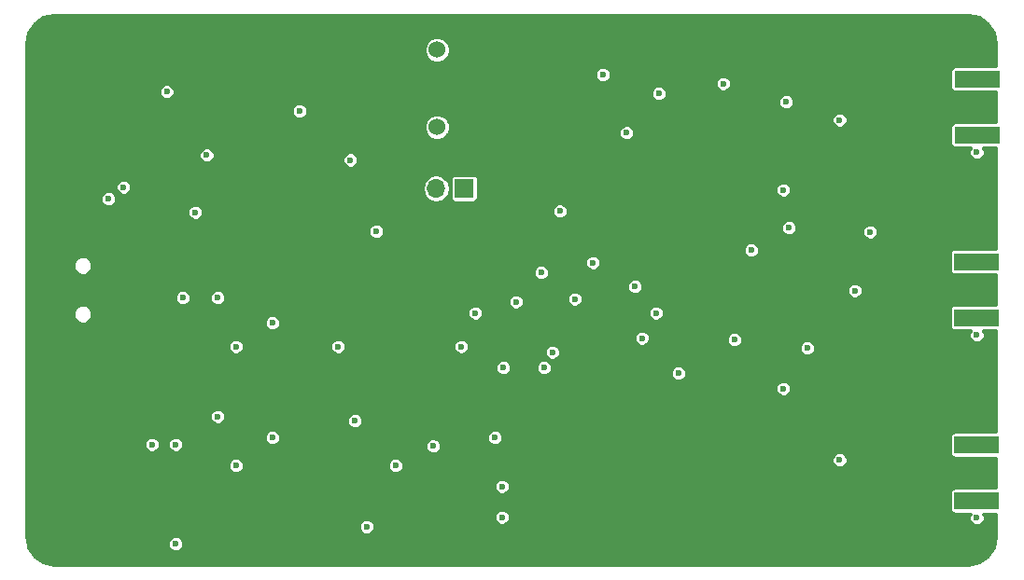
<source format=gbl>
%TF.GenerationSoftware,KiCad,Pcbnew,4.0.7*%
%TF.CreationDate,2018-02-14T12:48:44-05:00*%
%TF.ProjectId,BusinessCard,427573696E657373436172642E6B6963,rev?*%
%TF.FileFunction,Copper,L4,Bot,Signal*%
%FSLAX46Y46*%
G04 Gerber Fmt 4.6, Leading zero omitted, Abs format (unit mm)*
G04 Created by KiCad (PCBNEW 4.0.7) date Wednesday, February 14, 2018 'PMt' 12:48:44 PM*
%MOMM*%
%LPD*%
G01*
G04 APERTURE LIST*
%ADD10C,0.100000*%
%ADD11R,1.700000X1.700000*%
%ADD12O,1.700000X1.700000*%
%ADD13R,4.064000X1.524000*%
%ADD14C,1.524000*%
%ADD15C,0.600000*%
%ADD16C,0.250000*%
%ADD17C,0.254000*%
G04 APERTURE END LIST*
D10*
D11*
X145288000Y-87503000D03*
D12*
X142748000Y-87503000D03*
D13*
X191820800Y-82651600D03*
X191820800Y-77571600D03*
X191795400Y-99237800D03*
X191795400Y-94157800D03*
X191795400Y-115849400D03*
X191795400Y-110769400D03*
D14*
X142824200Y-74909800D03*
X142824200Y-81909800D03*
D15*
X172364400Y-101981000D03*
X171043600Y-91313000D03*
X153289000Y-97282000D03*
X160401000Y-92964000D03*
X166878000Y-102997000D03*
X180594000Y-98425000D03*
X131165600Y-119888000D03*
X170180000Y-83566000D03*
X127127000Y-91821000D03*
X129159000Y-109601000D03*
X127889000Y-102489000D03*
X135382000Y-97409000D03*
X145034000Y-98806000D03*
X137541000Y-97409000D03*
X143764000Y-102235000D03*
X127889000Y-113157000D03*
X132969000Y-112649000D03*
X143764000Y-113284000D03*
X145034000Y-109474000D03*
X137541000Y-108204000D03*
X109855000Y-118999000D03*
X116967000Y-113157000D03*
X116967000Y-105156000D03*
X157861000Y-82423000D03*
X131775200Y-75742800D03*
X111709200Y-84836000D03*
X111099600Y-80111600D03*
X153289000Y-102362000D03*
X161417000Y-101092000D03*
X153974800Y-89560400D03*
X164719000Y-104267000D03*
X174244000Y-87630000D03*
X174752000Y-91059000D03*
X174244000Y-105664000D03*
X182118000Y-91440000D03*
X176403000Y-101981000D03*
X136448800Y-118211600D03*
X174498000Y-79629000D03*
X148082000Y-110109000D03*
X124587000Y-101854000D03*
X133858000Y-101854000D03*
X149987000Y-97790000D03*
X139065000Y-112649000D03*
X135382000Y-108585000D03*
X124587000Y-112649000D03*
X116967000Y-110744000D03*
X119126000Y-119761000D03*
X160020000Y-82448400D03*
X157861000Y-77165200D03*
X137337800Y-91389200D03*
X120904000Y-89662000D03*
X130352800Y-80467200D03*
X134975600Y-84912200D03*
X118313200Y-78714600D03*
X121945400Y-84480400D03*
X113030000Y-88442800D03*
X114401600Y-87376000D03*
X191795400Y-117398800D03*
X191795400Y-100812600D03*
X191795400Y-84201000D03*
X152527000Y-103759000D03*
X148844000Y-103759000D03*
X148717000Y-117348000D03*
X148717000Y-114554000D03*
X119126000Y-110744000D03*
X122936000Y-108204000D03*
X119761000Y-97409000D03*
X122936000Y-97409000D03*
X160782000Y-96393000D03*
X127889000Y-99695000D03*
X162941000Y-78867000D03*
X168783000Y-77978000D03*
X142494000Y-110871000D03*
X152273000Y-95123000D03*
X179349400Y-81280000D03*
X156972000Y-94234000D03*
X179349400Y-112141000D03*
X155321000Y-97536000D03*
X146304000Y-98806000D03*
X162687000Y-98806000D03*
X180721000Y-96774000D03*
X145034000Y-101854000D03*
X169799000Y-101219000D03*
X127889000Y-110109000D03*
X171323000Y-93091000D03*
D16*
X172364400Y-101981000D02*
X172339000Y-101981000D01*
X171043600Y-91313000D02*
X171069000Y-91313000D01*
D17*
G36*
X191979883Y-71934355D02*
X192810587Y-72489413D01*
X193365646Y-73320118D01*
X193569000Y-74342448D01*
X193569000Y-76421136D01*
X189788800Y-76421136D01*
X189647610Y-76447703D01*
X189517935Y-76531146D01*
X189430941Y-76658466D01*
X189400336Y-76809600D01*
X189400336Y-78333600D01*
X189426903Y-78474790D01*
X189510346Y-78604465D01*
X189637666Y-78691459D01*
X189788800Y-78722064D01*
X193569000Y-78722064D01*
X193569000Y-81501136D01*
X189788800Y-81501136D01*
X189647610Y-81527703D01*
X189517935Y-81611146D01*
X189430941Y-81738466D01*
X189400336Y-81889600D01*
X189400336Y-83413600D01*
X189426903Y-83554790D01*
X189510346Y-83684465D01*
X189637666Y-83771459D01*
X189788800Y-83802064D01*
X191231112Y-83802064D01*
X191218413Y-83814741D01*
X191114518Y-84064946D01*
X191114282Y-84335865D01*
X191217739Y-84586252D01*
X191409141Y-84777987D01*
X191659346Y-84881882D01*
X191930265Y-84882118D01*
X192180652Y-84778661D01*
X192372387Y-84587259D01*
X192476282Y-84337054D01*
X192476518Y-84066135D01*
X192373061Y-83815748D01*
X192359401Y-83802064D01*
X193569000Y-83802064D01*
X193569000Y-93007336D01*
X189763400Y-93007336D01*
X189622210Y-93033903D01*
X189492535Y-93117346D01*
X189405541Y-93244666D01*
X189374936Y-93395800D01*
X189374936Y-94919800D01*
X189401503Y-95060990D01*
X189484946Y-95190665D01*
X189612266Y-95277659D01*
X189763400Y-95308264D01*
X193569000Y-95308264D01*
X193569000Y-98087336D01*
X189763400Y-98087336D01*
X189622210Y-98113903D01*
X189492535Y-98197346D01*
X189405541Y-98324666D01*
X189374936Y-98475800D01*
X189374936Y-99999800D01*
X189401503Y-100140990D01*
X189484946Y-100270665D01*
X189612266Y-100357659D01*
X189763400Y-100388264D01*
X191256556Y-100388264D01*
X191218413Y-100426341D01*
X191114518Y-100676546D01*
X191114282Y-100947465D01*
X191217739Y-101197852D01*
X191409141Y-101389587D01*
X191659346Y-101493482D01*
X191930265Y-101493718D01*
X192180652Y-101390261D01*
X192372387Y-101198859D01*
X192476282Y-100948654D01*
X192476518Y-100677735D01*
X192373061Y-100427348D01*
X192334045Y-100388264D01*
X193569000Y-100388264D01*
X193569000Y-109618936D01*
X189763400Y-109618936D01*
X189622210Y-109645503D01*
X189492535Y-109728946D01*
X189405541Y-109856266D01*
X189374936Y-110007400D01*
X189374936Y-111531400D01*
X189401503Y-111672590D01*
X189484946Y-111802265D01*
X189612266Y-111889259D01*
X189763400Y-111919864D01*
X193569000Y-111919864D01*
X193569000Y-114698936D01*
X189763400Y-114698936D01*
X189622210Y-114725503D01*
X189492535Y-114808946D01*
X189405541Y-114936266D01*
X189374936Y-115087400D01*
X189374936Y-116611400D01*
X189401503Y-116752590D01*
X189484946Y-116882265D01*
X189612266Y-116969259D01*
X189763400Y-116999864D01*
X191231112Y-116999864D01*
X191218413Y-117012541D01*
X191114518Y-117262746D01*
X191114282Y-117533665D01*
X191217739Y-117784052D01*
X191409141Y-117975787D01*
X191659346Y-118079682D01*
X191930265Y-118079918D01*
X192180652Y-117976461D01*
X192372387Y-117785059D01*
X192476282Y-117534854D01*
X192476518Y-117263935D01*
X192373061Y-117013548D01*
X192359401Y-116999864D01*
X193569000Y-116999864D01*
X193569000Y-119057552D01*
X193365646Y-120079882D01*
X192810587Y-120910587D01*
X191979883Y-121465645D01*
X190957552Y-121669000D01*
X108142448Y-121669000D01*
X107120118Y-121465646D01*
X106289413Y-120910587D01*
X105734355Y-120079883D01*
X105697752Y-119895865D01*
X118444882Y-119895865D01*
X118548339Y-120146252D01*
X118739741Y-120337987D01*
X118989946Y-120441882D01*
X119260865Y-120442118D01*
X119511252Y-120338661D01*
X119702987Y-120147259D01*
X119806882Y-119897054D01*
X119807118Y-119626135D01*
X119703661Y-119375748D01*
X119512259Y-119184013D01*
X119262054Y-119080118D01*
X118991135Y-119079882D01*
X118740748Y-119183339D01*
X118549013Y-119374741D01*
X118445118Y-119624946D01*
X118444882Y-119895865D01*
X105697752Y-119895865D01*
X105531000Y-119057552D01*
X105531000Y-118346465D01*
X135767682Y-118346465D01*
X135871139Y-118596852D01*
X136062541Y-118788587D01*
X136312746Y-118892482D01*
X136583665Y-118892718D01*
X136834052Y-118789261D01*
X137025787Y-118597859D01*
X137129682Y-118347654D01*
X137129918Y-118076735D01*
X137026461Y-117826348D01*
X136835059Y-117634613D01*
X136584854Y-117530718D01*
X136313935Y-117530482D01*
X136063548Y-117633939D01*
X135871813Y-117825341D01*
X135767918Y-118075546D01*
X135767682Y-118346465D01*
X105531000Y-118346465D01*
X105531000Y-117482865D01*
X148035882Y-117482865D01*
X148139339Y-117733252D01*
X148330741Y-117924987D01*
X148580946Y-118028882D01*
X148851865Y-118029118D01*
X149102252Y-117925661D01*
X149293987Y-117734259D01*
X149397882Y-117484054D01*
X149398118Y-117213135D01*
X149294661Y-116962748D01*
X149103259Y-116771013D01*
X148853054Y-116667118D01*
X148582135Y-116666882D01*
X148331748Y-116770339D01*
X148140013Y-116961741D01*
X148036118Y-117211946D01*
X148035882Y-117482865D01*
X105531000Y-117482865D01*
X105531000Y-114688865D01*
X148035882Y-114688865D01*
X148139339Y-114939252D01*
X148330741Y-115130987D01*
X148580946Y-115234882D01*
X148851865Y-115235118D01*
X149102252Y-115131661D01*
X149293987Y-114940259D01*
X149397882Y-114690054D01*
X149398118Y-114419135D01*
X149294661Y-114168748D01*
X149103259Y-113977013D01*
X148853054Y-113873118D01*
X148582135Y-113872882D01*
X148331748Y-113976339D01*
X148140013Y-114167741D01*
X148036118Y-114417946D01*
X148035882Y-114688865D01*
X105531000Y-114688865D01*
X105531000Y-112783865D01*
X123905882Y-112783865D01*
X124009339Y-113034252D01*
X124200741Y-113225987D01*
X124450946Y-113329882D01*
X124721865Y-113330118D01*
X124972252Y-113226661D01*
X125163987Y-113035259D01*
X125267882Y-112785054D01*
X125267883Y-112783865D01*
X138383882Y-112783865D01*
X138487339Y-113034252D01*
X138678741Y-113225987D01*
X138928946Y-113329882D01*
X139199865Y-113330118D01*
X139450252Y-113226661D01*
X139641987Y-113035259D01*
X139745882Y-112785054D01*
X139746118Y-112514135D01*
X139647668Y-112275865D01*
X178668282Y-112275865D01*
X178771739Y-112526252D01*
X178963141Y-112717987D01*
X179213346Y-112821882D01*
X179484265Y-112822118D01*
X179734652Y-112718661D01*
X179926387Y-112527259D01*
X180030282Y-112277054D01*
X180030518Y-112006135D01*
X179927061Y-111755748D01*
X179735659Y-111564013D01*
X179485454Y-111460118D01*
X179214535Y-111459882D01*
X178964148Y-111563339D01*
X178772413Y-111754741D01*
X178668518Y-112004946D01*
X178668282Y-112275865D01*
X139647668Y-112275865D01*
X139642661Y-112263748D01*
X139451259Y-112072013D01*
X139201054Y-111968118D01*
X138930135Y-111967882D01*
X138679748Y-112071339D01*
X138488013Y-112262741D01*
X138384118Y-112512946D01*
X138383882Y-112783865D01*
X125267883Y-112783865D01*
X125268118Y-112514135D01*
X125164661Y-112263748D01*
X124973259Y-112072013D01*
X124723054Y-111968118D01*
X124452135Y-111967882D01*
X124201748Y-112071339D01*
X124010013Y-112262741D01*
X123906118Y-112512946D01*
X123905882Y-112783865D01*
X105531000Y-112783865D01*
X105531000Y-110878865D01*
X116285882Y-110878865D01*
X116389339Y-111129252D01*
X116580741Y-111320987D01*
X116830946Y-111424882D01*
X117101865Y-111425118D01*
X117352252Y-111321661D01*
X117543987Y-111130259D01*
X117647882Y-110880054D01*
X117647883Y-110878865D01*
X118444882Y-110878865D01*
X118548339Y-111129252D01*
X118739741Y-111320987D01*
X118989946Y-111424882D01*
X119260865Y-111425118D01*
X119511252Y-111321661D01*
X119702987Y-111130259D01*
X119754640Y-111005865D01*
X141812882Y-111005865D01*
X141916339Y-111256252D01*
X142107741Y-111447987D01*
X142357946Y-111551882D01*
X142628865Y-111552118D01*
X142879252Y-111448661D01*
X143070987Y-111257259D01*
X143174882Y-111007054D01*
X143175118Y-110736135D01*
X143071661Y-110485748D01*
X142880259Y-110294013D01*
X142759491Y-110243865D01*
X147400882Y-110243865D01*
X147504339Y-110494252D01*
X147695741Y-110685987D01*
X147945946Y-110789882D01*
X148216865Y-110790118D01*
X148467252Y-110686661D01*
X148658987Y-110495259D01*
X148762882Y-110245054D01*
X148763118Y-109974135D01*
X148659661Y-109723748D01*
X148468259Y-109532013D01*
X148218054Y-109428118D01*
X147947135Y-109427882D01*
X147696748Y-109531339D01*
X147505013Y-109722741D01*
X147401118Y-109972946D01*
X147400882Y-110243865D01*
X142759491Y-110243865D01*
X142630054Y-110190118D01*
X142359135Y-110189882D01*
X142108748Y-110293339D01*
X141917013Y-110484741D01*
X141813118Y-110734946D01*
X141812882Y-111005865D01*
X119754640Y-111005865D01*
X119806882Y-110880054D01*
X119807118Y-110609135D01*
X119703661Y-110358748D01*
X119588978Y-110243865D01*
X127207882Y-110243865D01*
X127311339Y-110494252D01*
X127502741Y-110685987D01*
X127752946Y-110789882D01*
X128023865Y-110790118D01*
X128274252Y-110686661D01*
X128465987Y-110495259D01*
X128569882Y-110245054D01*
X128570118Y-109974135D01*
X128466661Y-109723748D01*
X128275259Y-109532013D01*
X128025054Y-109428118D01*
X127754135Y-109427882D01*
X127503748Y-109531339D01*
X127312013Y-109722741D01*
X127208118Y-109972946D01*
X127207882Y-110243865D01*
X119588978Y-110243865D01*
X119512259Y-110167013D01*
X119262054Y-110063118D01*
X118991135Y-110062882D01*
X118740748Y-110166339D01*
X118549013Y-110357741D01*
X118445118Y-110607946D01*
X118444882Y-110878865D01*
X117647883Y-110878865D01*
X117648118Y-110609135D01*
X117544661Y-110358748D01*
X117353259Y-110167013D01*
X117103054Y-110063118D01*
X116832135Y-110062882D01*
X116581748Y-110166339D01*
X116390013Y-110357741D01*
X116286118Y-110607946D01*
X116285882Y-110878865D01*
X105531000Y-110878865D01*
X105531000Y-108338865D01*
X122254882Y-108338865D01*
X122358339Y-108589252D01*
X122549741Y-108780987D01*
X122799946Y-108884882D01*
X123070865Y-108885118D01*
X123321252Y-108781661D01*
X123383155Y-108719865D01*
X134700882Y-108719865D01*
X134804339Y-108970252D01*
X134995741Y-109161987D01*
X135245946Y-109265882D01*
X135516865Y-109266118D01*
X135767252Y-109162661D01*
X135958987Y-108971259D01*
X136062882Y-108721054D01*
X136063118Y-108450135D01*
X135959661Y-108199748D01*
X135768259Y-108008013D01*
X135518054Y-107904118D01*
X135247135Y-107903882D01*
X134996748Y-108007339D01*
X134805013Y-108198741D01*
X134701118Y-108448946D01*
X134700882Y-108719865D01*
X123383155Y-108719865D01*
X123512987Y-108590259D01*
X123616882Y-108340054D01*
X123617118Y-108069135D01*
X123513661Y-107818748D01*
X123322259Y-107627013D01*
X123072054Y-107523118D01*
X122801135Y-107522882D01*
X122550748Y-107626339D01*
X122359013Y-107817741D01*
X122255118Y-108067946D01*
X122254882Y-108338865D01*
X105531000Y-108338865D01*
X105531000Y-105798865D01*
X173562882Y-105798865D01*
X173666339Y-106049252D01*
X173857741Y-106240987D01*
X174107946Y-106344882D01*
X174378865Y-106345118D01*
X174629252Y-106241661D01*
X174820987Y-106050259D01*
X174924882Y-105800054D01*
X174925118Y-105529135D01*
X174821661Y-105278748D01*
X174630259Y-105087013D01*
X174380054Y-104983118D01*
X174109135Y-104982882D01*
X173858748Y-105086339D01*
X173667013Y-105277741D01*
X173563118Y-105527946D01*
X173562882Y-105798865D01*
X105531000Y-105798865D01*
X105531000Y-103893865D01*
X148162882Y-103893865D01*
X148266339Y-104144252D01*
X148457741Y-104335987D01*
X148707946Y-104439882D01*
X148978865Y-104440118D01*
X149229252Y-104336661D01*
X149420987Y-104145259D01*
X149524882Y-103895054D01*
X149524883Y-103893865D01*
X151845882Y-103893865D01*
X151949339Y-104144252D01*
X152140741Y-104335987D01*
X152390946Y-104439882D01*
X152661865Y-104440118D01*
X152754445Y-104401865D01*
X164037882Y-104401865D01*
X164141339Y-104652252D01*
X164332741Y-104843987D01*
X164582946Y-104947882D01*
X164853865Y-104948118D01*
X165104252Y-104844661D01*
X165295987Y-104653259D01*
X165399882Y-104403054D01*
X165400118Y-104132135D01*
X165296661Y-103881748D01*
X165105259Y-103690013D01*
X164855054Y-103586118D01*
X164584135Y-103585882D01*
X164333748Y-103689339D01*
X164142013Y-103880741D01*
X164038118Y-104130946D01*
X164037882Y-104401865D01*
X152754445Y-104401865D01*
X152912252Y-104336661D01*
X153103987Y-104145259D01*
X153207882Y-103895054D01*
X153208118Y-103624135D01*
X153104661Y-103373748D01*
X152913259Y-103182013D01*
X152663054Y-103078118D01*
X152392135Y-103077882D01*
X152141748Y-103181339D01*
X151950013Y-103372741D01*
X151846118Y-103622946D01*
X151845882Y-103893865D01*
X149524883Y-103893865D01*
X149525118Y-103624135D01*
X149421661Y-103373748D01*
X149230259Y-103182013D01*
X148980054Y-103078118D01*
X148709135Y-103077882D01*
X148458748Y-103181339D01*
X148267013Y-103372741D01*
X148163118Y-103622946D01*
X148162882Y-103893865D01*
X105531000Y-103893865D01*
X105531000Y-101988865D01*
X123905882Y-101988865D01*
X124009339Y-102239252D01*
X124200741Y-102430987D01*
X124450946Y-102534882D01*
X124721865Y-102535118D01*
X124972252Y-102431661D01*
X125163987Y-102240259D01*
X125267882Y-101990054D01*
X125267883Y-101988865D01*
X133176882Y-101988865D01*
X133280339Y-102239252D01*
X133471741Y-102430987D01*
X133721946Y-102534882D01*
X133992865Y-102535118D01*
X134243252Y-102431661D01*
X134434987Y-102240259D01*
X134538882Y-101990054D01*
X134538883Y-101988865D01*
X144352882Y-101988865D01*
X144456339Y-102239252D01*
X144647741Y-102430987D01*
X144897946Y-102534882D01*
X145168865Y-102535118D01*
X145261445Y-102496865D01*
X152607882Y-102496865D01*
X152711339Y-102747252D01*
X152902741Y-102938987D01*
X153152946Y-103042882D01*
X153423865Y-103043118D01*
X153674252Y-102939661D01*
X153865987Y-102748259D01*
X153969882Y-102498054D01*
X153970118Y-102227135D01*
X153924143Y-102115865D01*
X175721882Y-102115865D01*
X175825339Y-102366252D01*
X176016741Y-102557987D01*
X176266946Y-102661882D01*
X176537865Y-102662118D01*
X176788252Y-102558661D01*
X176979987Y-102367259D01*
X177083882Y-102117054D01*
X177084118Y-101846135D01*
X176980661Y-101595748D01*
X176789259Y-101404013D01*
X176539054Y-101300118D01*
X176268135Y-101299882D01*
X176017748Y-101403339D01*
X175826013Y-101594741D01*
X175722118Y-101844946D01*
X175721882Y-102115865D01*
X153924143Y-102115865D01*
X153866661Y-101976748D01*
X153675259Y-101785013D01*
X153425054Y-101681118D01*
X153154135Y-101680882D01*
X152903748Y-101784339D01*
X152712013Y-101975741D01*
X152608118Y-102225946D01*
X152607882Y-102496865D01*
X145261445Y-102496865D01*
X145419252Y-102431661D01*
X145610987Y-102240259D01*
X145714882Y-101990054D01*
X145715118Y-101719135D01*
X145611661Y-101468748D01*
X145420259Y-101277013D01*
X145299491Y-101226865D01*
X160735882Y-101226865D01*
X160839339Y-101477252D01*
X161030741Y-101668987D01*
X161280946Y-101772882D01*
X161551865Y-101773118D01*
X161802252Y-101669661D01*
X161993987Y-101478259D01*
X162045640Y-101353865D01*
X169117882Y-101353865D01*
X169221339Y-101604252D01*
X169412741Y-101795987D01*
X169662946Y-101899882D01*
X169933865Y-101900118D01*
X170184252Y-101796661D01*
X170375987Y-101605259D01*
X170479882Y-101355054D01*
X170480118Y-101084135D01*
X170376661Y-100833748D01*
X170185259Y-100642013D01*
X169935054Y-100538118D01*
X169664135Y-100537882D01*
X169413748Y-100641339D01*
X169222013Y-100832741D01*
X169118118Y-101082946D01*
X169117882Y-101353865D01*
X162045640Y-101353865D01*
X162097882Y-101228054D01*
X162098118Y-100957135D01*
X161994661Y-100706748D01*
X161803259Y-100515013D01*
X161553054Y-100411118D01*
X161282135Y-100410882D01*
X161031748Y-100514339D01*
X160840013Y-100705741D01*
X160736118Y-100955946D01*
X160735882Y-101226865D01*
X145299491Y-101226865D01*
X145170054Y-101173118D01*
X144899135Y-101172882D01*
X144648748Y-101276339D01*
X144457013Y-101467741D01*
X144353118Y-101717946D01*
X144352882Y-101988865D01*
X134538883Y-101988865D01*
X134539118Y-101719135D01*
X134435661Y-101468748D01*
X134244259Y-101277013D01*
X133994054Y-101173118D01*
X133723135Y-101172882D01*
X133472748Y-101276339D01*
X133281013Y-101467741D01*
X133177118Y-101717946D01*
X133176882Y-101988865D01*
X125267883Y-101988865D01*
X125268118Y-101719135D01*
X125164661Y-101468748D01*
X124973259Y-101277013D01*
X124723054Y-101173118D01*
X124452135Y-101172882D01*
X124201748Y-101276339D01*
X124010013Y-101467741D01*
X123906118Y-101717946D01*
X123905882Y-101988865D01*
X105531000Y-101988865D01*
X105531000Y-99829865D01*
X127207882Y-99829865D01*
X127311339Y-100080252D01*
X127502741Y-100271987D01*
X127752946Y-100375882D01*
X128023865Y-100376118D01*
X128274252Y-100272661D01*
X128465987Y-100081259D01*
X128569882Y-99831054D01*
X128570118Y-99560135D01*
X128466661Y-99309748D01*
X128275259Y-99118013D01*
X128025054Y-99014118D01*
X127754135Y-99013882D01*
X127503748Y-99117339D01*
X127312013Y-99308741D01*
X127208118Y-99558946D01*
X127207882Y-99829865D01*
X105531000Y-99829865D01*
X105531000Y-99064128D01*
X109870176Y-99064128D01*
X109996358Y-99369511D01*
X110229800Y-99603361D01*
X110534963Y-99730075D01*
X110865388Y-99730364D01*
X111170771Y-99604182D01*
X111404621Y-99370740D01*
X111531335Y-99065577D01*
X111531444Y-98940865D01*
X145622882Y-98940865D01*
X145726339Y-99191252D01*
X145917741Y-99382987D01*
X146167946Y-99486882D01*
X146438865Y-99487118D01*
X146689252Y-99383661D01*
X146880987Y-99192259D01*
X146984882Y-98942054D01*
X146984883Y-98940865D01*
X162005882Y-98940865D01*
X162109339Y-99191252D01*
X162300741Y-99382987D01*
X162550946Y-99486882D01*
X162821865Y-99487118D01*
X163072252Y-99383661D01*
X163263987Y-99192259D01*
X163367882Y-98942054D01*
X163368118Y-98671135D01*
X163264661Y-98420748D01*
X163073259Y-98229013D01*
X162823054Y-98125118D01*
X162552135Y-98124882D01*
X162301748Y-98228339D01*
X162110013Y-98419741D01*
X162006118Y-98669946D01*
X162005882Y-98940865D01*
X146984883Y-98940865D01*
X146985118Y-98671135D01*
X146881661Y-98420748D01*
X146690259Y-98229013D01*
X146440054Y-98125118D01*
X146169135Y-98124882D01*
X145918748Y-98228339D01*
X145727013Y-98419741D01*
X145623118Y-98669946D01*
X145622882Y-98940865D01*
X111531444Y-98940865D01*
X111531624Y-98735152D01*
X111405442Y-98429769D01*
X111172000Y-98195919D01*
X110866837Y-98069205D01*
X110536412Y-98068916D01*
X110231029Y-98195098D01*
X109997179Y-98428540D01*
X109870465Y-98733703D01*
X109870176Y-99064128D01*
X105531000Y-99064128D01*
X105531000Y-97543865D01*
X119079882Y-97543865D01*
X119183339Y-97794252D01*
X119374741Y-97985987D01*
X119624946Y-98089882D01*
X119895865Y-98090118D01*
X120146252Y-97986661D01*
X120337987Y-97795259D01*
X120441882Y-97545054D01*
X120441883Y-97543865D01*
X122254882Y-97543865D01*
X122358339Y-97794252D01*
X122549741Y-97985987D01*
X122799946Y-98089882D01*
X123070865Y-98090118D01*
X123321252Y-97986661D01*
X123383155Y-97924865D01*
X149305882Y-97924865D01*
X149409339Y-98175252D01*
X149600741Y-98366987D01*
X149850946Y-98470882D01*
X150121865Y-98471118D01*
X150372252Y-98367661D01*
X150563987Y-98176259D01*
X150667882Y-97926054D01*
X150668104Y-97670865D01*
X154639882Y-97670865D01*
X154743339Y-97921252D01*
X154934741Y-98112987D01*
X155184946Y-98216882D01*
X155455865Y-98217118D01*
X155706252Y-98113661D01*
X155897987Y-97922259D01*
X156001882Y-97672054D01*
X156002118Y-97401135D01*
X155898661Y-97150748D01*
X155707259Y-96959013D01*
X155457054Y-96855118D01*
X155186135Y-96854882D01*
X154935748Y-96958339D01*
X154744013Y-97149741D01*
X154640118Y-97399946D01*
X154639882Y-97670865D01*
X150668104Y-97670865D01*
X150668118Y-97655135D01*
X150564661Y-97404748D01*
X150373259Y-97213013D01*
X150123054Y-97109118D01*
X149852135Y-97108882D01*
X149601748Y-97212339D01*
X149410013Y-97403741D01*
X149306118Y-97653946D01*
X149305882Y-97924865D01*
X123383155Y-97924865D01*
X123512987Y-97795259D01*
X123616882Y-97545054D01*
X123617118Y-97274135D01*
X123513661Y-97023748D01*
X123322259Y-96832013D01*
X123072054Y-96728118D01*
X122801135Y-96727882D01*
X122550748Y-96831339D01*
X122359013Y-97022741D01*
X122255118Y-97272946D01*
X122254882Y-97543865D01*
X120441883Y-97543865D01*
X120442118Y-97274135D01*
X120338661Y-97023748D01*
X120147259Y-96832013D01*
X119897054Y-96728118D01*
X119626135Y-96727882D01*
X119375748Y-96831339D01*
X119184013Y-97022741D01*
X119080118Y-97272946D01*
X119079882Y-97543865D01*
X105531000Y-97543865D01*
X105531000Y-96527865D01*
X160100882Y-96527865D01*
X160204339Y-96778252D01*
X160395741Y-96969987D01*
X160645946Y-97073882D01*
X160916865Y-97074118D01*
X161167252Y-96970661D01*
X161229155Y-96908865D01*
X180039882Y-96908865D01*
X180143339Y-97159252D01*
X180334741Y-97350987D01*
X180584946Y-97454882D01*
X180855865Y-97455118D01*
X181106252Y-97351661D01*
X181297987Y-97160259D01*
X181401882Y-96910054D01*
X181402118Y-96639135D01*
X181298661Y-96388748D01*
X181107259Y-96197013D01*
X180857054Y-96093118D01*
X180586135Y-96092882D01*
X180335748Y-96196339D01*
X180144013Y-96387741D01*
X180040118Y-96637946D01*
X180039882Y-96908865D01*
X161229155Y-96908865D01*
X161358987Y-96779259D01*
X161462882Y-96529054D01*
X161463118Y-96258135D01*
X161359661Y-96007748D01*
X161168259Y-95816013D01*
X160918054Y-95712118D01*
X160647135Y-95711882D01*
X160396748Y-95815339D01*
X160205013Y-96006741D01*
X160101118Y-96256946D01*
X160100882Y-96527865D01*
X105531000Y-96527865D01*
X105531000Y-94664848D01*
X109870176Y-94664848D01*
X109996358Y-94970231D01*
X110229800Y-95204081D01*
X110534963Y-95330795D01*
X110865388Y-95331084D01*
X111042591Y-95257865D01*
X151591882Y-95257865D01*
X151695339Y-95508252D01*
X151886741Y-95699987D01*
X152136946Y-95803882D01*
X152407865Y-95804118D01*
X152658252Y-95700661D01*
X152849987Y-95509259D01*
X152953882Y-95259054D01*
X152954118Y-94988135D01*
X152850661Y-94737748D01*
X152659259Y-94546013D01*
X152409054Y-94442118D01*
X152138135Y-94441882D01*
X151887748Y-94545339D01*
X151696013Y-94736741D01*
X151592118Y-94986946D01*
X151591882Y-95257865D01*
X111042591Y-95257865D01*
X111170771Y-95204902D01*
X111404621Y-94971460D01*
X111531335Y-94666297D01*
X111531595Y-94368865D01*
X156290882Y-94368865D01*
X156394339Y-94619252D01*
X156585741Y-94810987D01*
X156835946Y-94914882D01*
X157106865Y-94915118D01*
X157357252Y-94811661D01*
X157548987Y-94620259D01*
X157652882Y-94370054D01*
X157653118Y-94099135D01*
X157549661Y-93848748D01*
X157358259Y-93657013D01*
X157108054Y-93553118D01*
X156837135Y-93552882D01*
X156586748Y-93656339D01*
X156395013Y-93847741D01*
X156291118Y-94097946D01*
X156290882Y-94368865D01*
X111531595Y-94368865D01*
X111531624Y-94335872D01*
X111405442Y-94030489D01*
X111172000Y-93796639D01*
X110866837Y-93669925D01*
X110536412Y-93669636D01*
X110231029Y-93795818D01*
X109997179Y-94029260D01*
X109870465Y-94334423D01*
X109870176Y-94664848D01*
X105531000Y-94664848D01*
X105531000Y-93225865D01*
X170641882Y-93225865D01*
X170745339Y-93476252D01*
X170936741Y-93667987D01*
X171186946Y-93771882D01*
X171457865Y-93772118D01*
X171708252Y-93668661D01*
X171899987Y-93477259D01*
X172003882Y-93227054D01*
X172004118Y-92956135D01*
X171900661Y-92705748D01*
X171709259Y-92514013D01*
X171459054Y-92410118D01*
X171188135Y-92409882D01*
X170937748Y-92513339D01*
X170746013Y-92704741D01*
X170642118Y-92954946D01*
X170641882Y-93225865D01*
X105531000Y-93225865D01*
X105531000Y-91524065D01*
X136656682Y-91524065D01*
X136760139Y-91774452D01*
X136951541Y-91966187D01*
X137201746Y-92070082D01*
X137472665Y-92070318D01*
X137723052Y-91966861D01*
X137914787Y-91775459D01*
X138018682Y-91525254D01*
X138018918Y-91254335D01*
X137993933Y-91193865D01*
X174070882Y-91193865D01*
X174174339Y-91444252D01*
X174365741Y-91635987D01*
X174615946Y-91739882D01*
X174886865Y-91740118D01*
X175137252Y-91636661D01*
X175199155Y-91574865D01*
X181436882Y-91574865D01*
X181540339Y-91825252D01*
X181731741Y-92016987D01*
X181981946Y-92120882D01*
X182252865Y-92121118D01*
X182503252Y-92017661D01*
X182694987Y-91826259D01*
X182798882Y-91576054D01*
X182799118Y-91305135D01*
X182695661Y-91054748D01*
X182504259Y-90863013D01*
X182254054Y-90759118D01*
X181983135Y-90758882D01*
X181732748Y-90862339D01*
X181541013Y-91053741D01*
X181437118Y-91303946D01*
X181436882Y-91574865D01*
X175199155Y-91574865D01*
X175328987Y-91445259D01*
X175432882Y-91195054D01*
X175433118Y-90924135D01*
X175329661Y-90673748D01*
X175138259Y-90482013D01*
X174888054Y-90378118D01*
X174617135Y-90377882D01*
X174366748Y-90481339D01*
X174175013Y-90672741D01*
X174071118Y-90922946D01*
X174070882Y-91193865D01*
X137993933Y-91193865D01*
X137915461Y-91003948D01*
X137724059Y-90812213D01*
X137473854Y-90708318D01*
X137202935Y-90708082D01*
X136952548Y-90811539D01*
X136760813Y-91002941D01*
X136656918Y-91253146D01*
X136656682Y-91524065D01*
X105531000Y-91524065D01*
X105531000Y-89796865D01*
X120222882Y-89796865D01*
X120326339Y-90047252D01*
X120517741Y-90238987D01*
X120767946Y-90342882D01*
X121038865Y-90343118D01*
X121289252Y-90239661D01*
X121480987Y-90048259D01*
X121584882Y-89798054D01*
X121584971Y-89695265D01*
X153293682Y-89695265D01*
X153397139Y-89945652D01*
X153588541Y-90137387D01*
X153838746Y-90241282D01*
X154109665Y-90241518D01*
X154360052Y-90138061D01*
X154551787Y-89946659D01*
X154655682Y-89696454D01*
X154655918Y-89425535D01*
X154552461Y-89175148D01*
X154361059Y-88983413D01*
X154110854Y-88879518D01*
X153839935Y-88879282D01*
X153589548Y-88982739D01*
X153397813Y-89174141D01*
X153293918Y-89424346D01*
X153293682Y-89695265D01*
X121584971Y-89695265D01*
X121585118Y-89527135D01*
X121481661Y-89276748D01*
X121290259Y-89085013D01*
X121040054Y-88981118D01*
X120769135Y-88980882D01*
X120518748Y-89084339D01*
X120327013Y-89275741D01*
X120223118Y-89525946D01*
X120222882Y-89796865D01*
X105531000Y-89796865D01*
X105531000Y-88577665D01*
X112348882Y-88577665D01*
X112452339Y-88828052D01*
X112643741Y-89019787D01*
X112893946Y-89123682D01*
X113164865Y-89123918D01*
X113415252Y-89020461D01*
X113606987Y-88829059D01*
X113710882Y-88578854D01*
X113711118Y-88307935D01*
X113607661Y-88057548D01*
X113416259Y-87865813D01*
X113166054Y-87761918D01*
X112895135Y-87761682D01*
X112644748Y-87865139D01*
X112453013Y-88056541D01*
X112349118Y-88306746D01*
X112348882Y-88577665D01*
X105531000Y-88577665D01*
X105531000Y-87510865D01*
X113720482Y-87510865D01*
X113823939Y-87761252D01*
X114015341Y-87952987D01*
X114265546Y-88056882D01*
X114536465Y-88057118D01*
X114786852Y-87953661D01*
X114978587Y-87762259D01*
X115082482Y-87512054D01*
X115082510Y-87478883D01*
X141517000Y-87478883D01*
X141517000Y-87527117D01*
X141610704Y-87998200D01*
X141877552Y-88397565D01*
X142276917Y-88664413D01*
X142748000Y-88758117D01*
X143219083Y-88664413D01*
X143618448Y-88397565D01*
X143885296Y-87998200D01*
X143979000Y-87527117D01*
X143979000Y-87478883D01*
X143885296Y-87007800D01*
X143648226Y-86653000D01*
X144049536Y-86653000D01*
X144049536Y-88353000D01*
X144076103Y-88494190D01*
X144159546Y-88623865D01*
X144286866Y-88710859D01*
X144438000Y-88741464D01*
X146138000Y-88741464D01*
X146279190Y-88714897D01*
X146408865Y-88631454D01*
X146495859Y-88504134D01*
X146526464Y-88353000D01*
X146526464Y-87764865D01*
X173562882Y-87764865D01*
X173666339Y-88015252D01*
X173857741Y-88206987D01*
X174107946Y-88310882D01*
X174378865Y-88311118D01*
X174629252Y-88207661D01*
X174820987Y-88016259D01*
X174924882Y-87766054D01*
X174925118Y-87495135D01*
X174821661Y-87244748D01*
X174630259Y-87053013D01*
X174380054Y-86949118D01*
X174109135Y-86948882D01*
X173858748Y-87052339D01*
X173667013Y-87243741D01*
X173563118Y-87493946D01*
X173562882Y-87764865D01*
X146526464Y-87764865D01*
X146526464Y-86653000D01*
X146499897Y-86511810D01*
X146416454Y-86382135D01*
X146289134Y-86295141D01*
X146138000Y-86264536D01*
X144438000Y-86264536D01*
X144296810Y-86291103D01*
X144167135Y-86374546D01*
X144080141Y-86501866D01*
X144049536Y-86653000D01*
X143648226Y-86653000D01*
X143618448Y-86608435D01*
X143219083Y-86341587D01*
X142748000Y-86247883D01*
X142276917Y-86341587D01*
X141877552Y-86608435D01*
X141610704Y-87007800D01*
X141517000Y-87478883D01*
X115082510Y-87478883D01*
X115082718Y-87241135D01*
X114979261Y-86990748D01*
X114787859Y-86799013D01*
X114537654Y-86695118D01*
X114266735Y-86694882D01*
X114016348Y-86798339D01*
X113824613Y-86989741D01*
X113720718Y-87239946D01*
X113720482Y-87510865D01*
X105531000Y-87510865D01*
X105531000Y-84615265D01*
X121264282Y-84615265D01*
X121367739Y-84865652D01*
X121559141Y-85057387D01*
X121809346Y-85161282D01*
X122080265Y-85161518D01*
X122330652Y-85058061D01*
X122341667Y-85047065D01*
X134294482Y-85047065D01*
X134397939Y-85297452D01*
X134589341Y-85489187D01*
X134839546Y-85593082D01*
X135110465Y-85593318D01*
X135360852Y-85489861D01*
X135552587Y-85298459D01*
X135656482Y-85048254D01*
X135656718Y-84777335D01*
X135553261Y-84526948D01*
X135361859Y-84335213D01*
X135111654Y-84231318D01*
X134840735Y-84231082D01*
X134590348Y-84334539D01*
X134398613Y-84525941D01*
X134294718Y-84776146D01*
X134294482Y-85047065D01*
X122341667Y-85047065D01*
X122522387Y-84866659D01*
X122626282Y-84616454D01*
X122626518Y-84345535D01*
X122523061Y-84095148D01*
X122331659Y-83903413D01*
X122081454Y-83799518D01*
X121810535Y-83799282D01*
X121560148Y-83902739D01*
X121368413Y-84094141D01*
X121264518Y-84344346D01*
X121264282Y-84615265D01*
X105531000Y-84615265D01*
X105531000Y-82136159D01*
X141681002Y-82136159D01*
X141854646Y-82556412D01*
X142175897Y-82878223D01*
X142595846Y-83052601D01*
X143050559Y-83052998D01*
X143470812Y-82879354D01*
X143767417Y-82583265D01*
X159338882Y-82583265D01*
X159442339Y-82833652D01*
X159633741Y-83025387D01*
X159883946Y-83129282D01*
X160154865Y-83129518D01*
X160405252Y-83026061D01*
X160596987Y-82834659D01*
X160700882Y-82584454D01*
X160701118Y-82313535D01*
X160597661Y-82063148D01*
X160406259Y-81871413D01*
X160156054Y-81767518D01*
X159885135Y-81767282D01*
X159634748Y-81870739D01*
X159443013Y-82062141D01*
X159339118Y-82312346D01*
X159338882Y-82583265D01*
X143767417Y-82583265D01*
X143792623Y-82558103D01*
X143967001Y-82138154D01*
X143967398Y-81683441D01*
X143856426Y-81414865D01*
X178668282Y-81414865D01*
X178771739Y-81665252D01*
X178963141Y-81856987D01*
X179213346Y-81960882D01*
X179484265Y-81961118D01*
X179734652Y-81857661D01*
X179926387Y-81666259D01*
X180030282Y-81416054D01*
X180030518Y-81145135D01*
X179927061Y-80894748D01*
X179735659Y-80703013D01*
X179485454Y-80599118D01*
X179214535Y-80598882D01*
X178964148Y-80702339D01*
X178772413Y-80893741D01*
X178668518Y-81143946D01*
X178668282Y-81414865D01*
X143856426Y-81414865D01*
X143793754Y-81263188D01*
X143472503Y-80941377D01*
X143052554Y-80766999D01*
X142597841Y-80766602D01*
X142177588Y-80940246D01*
X141855777Y-81261497D01*
X141681399Y-81681446D01*
X141681002Y-82136159D01*
X105531000Y-82136159D01*
X105531000Y-80602065D01*
X129671682Y-80602065D01*
X129775139Y-80852452D01*
X129966541Y-81044187D01*
X130216746Y-81148082D01*
X130487665Y-81148318D01*
X130738052Y-81044861D01*
X130929787Y-80853459D01*
X131033682Y-80603254D01*
X131033918Y-80332335D01*
X130930461Y-80081948D01*
X130739059Y-79890213D01*
X130488854Y-79786318D01*
X130217935Y-79786082D01*
X129967548Y-79889539D01*
X129775813Y-80080941D01*
X129671918Y-80331146D01*
X129671682Y-80602065D01*
X105531000Y-80602065D01*
X105531000Y-79763865D01*
X173816882Y-79763865D01*
X173920339Y-80014252D01*
X174111741Y-80205987D01*
X174361946Y-80309882D01*
X174632865Y-80310118D01*
X174883252Y-80206661D01*
X175074987Y-80015259D01*
X175178882Y-79765054D01*
X175179118Y-79494135D01*
X175075661Y-79243748D01*
X174884259Y-79052013D01*
X174634054Y-78948118D01*
X174363135Y-78947882D01*
X174112748Y-79051339D01*
X173921013Y-79242741D01*
X173817118Y-79492946D01*
X173816882Y-79763865D01*
X105531000Y-79763865D01*
X105531000Y-78849465D01*
X117632082Y-78849465D01*
X117735539Y-79099852D01*
X117926941Y-79291587D01*
X118177146Y-79395482D01*
X118448065Y-79395718D01*
X118698452Y-79292261D01*
X118890187Y-79100859D01*
X118931293Y-79001865D01*
X162259882Y-79001865D01*
X162363339Y-79252252D01*
X162554741Y-79443987D01*
X162804946Y-79547882D01*
X163075865Y-79548118D01*
X163326252Y-79444661D01*
X163517987Y-79253259D01*
X163621882Y-79003054D01*
X163622118Y-78732135D01*
X163518661Y-78481748D01*
X163327259Y-78290013D01*
X163077054Y-78186118D01*
X162806135Y-78185882D01*
X162555748Y-78289339D01*
X162364013Y-78480741D01*
X162260118Y-78730946D01*
X162259882Y-79001865D01*
X118931293Y-79001865D01*
X118994082Y-78850654D01*
X118994318Y-78579735D01*
X118890861Y-78329348D01*
X118699459Y-78137613D01*
X118639860Y-78112865D01*
X168101882Y-78112865D01*
X168205339Y-78363252D01*
X168396741Y-78554987D01*
X168646946Y-78658882D01*
X168917865Y-78659118D01*
X169168252Y-78555661D01*
X169359987Y-78364259D01*
X169463882Y-78114054D01*
X169464118Y-77843135D01*
X169360661Y-77592748D01*
X169169259Y-77401013D01*
X168919054Y-77297118D01*
X168648135Y-77296882D01*
X168397748Y-77400339D01*
X168206013Y-77591741D01*
X168102118Y-77841946D01*
X168101882Y-78112865D01*
X118639860Y-78112865D01*
X118449254Y-78033718D01*
X118178335Y-78033482D01*
X117927948Y-78136939D01*
X117736213Y-78328341D01*
X117632318Y-78578546D01*
X117632082Y-78849465D01*
X105531000Y-78849465D01*
X105531000Y-77300065D01*
X157179882Y-77300065D01*
X157283339Y-77550452D01*
X157474741Y-77742187D01*
X157724946Y-77846082D01*
X157995865Y-77846318D01*
X158246252Y-77742861D01*
X158437987Y-77551459D01*
X158541882Y-77301254D01*
X158542118Y-77030335D01*
X158438661Y-76779948D01*
X158247259Y-76588213D01*
X157997054Y-76484318D01*
X157726135Y-76484082D01*
X157475748Y-76587539D01*
X157284013Y-76778941D01*
X157180118Y-77029146D01*
X157179882Y-77300065D01*
X105531000Y-77300065D01*
X105531000Y-75136159D01*
X141681002Y-75136159D01*
X141854646Y-75556412D01*
X142175897Y-75878223D01*
X142595846Y-76052601D01*
X143050559Y-76052998D01*
X143470812Y-75879354D01*
X143792623Y-75558103D01*
X143967001Y-75138154D01*
X143967398Y-74683441D01*
X143793754Y-74263188D01*
X143472503Y-73941377D01*
X143052554Y-73766999D01*
X142597841Y-73766602D01*
X142177588Y-73940246D01*
X141855777Y-74261497D01*
X141681399Y-74681446D01*
X141681002Y-75136159D01*
X105531000Y-75136159D01*
X105531000Y-74342448D01*
X105734355Y-73320117D01*
X106289413Y-72489413D01*
X107120118Y-71934354D01*
X108142448Y-71731000D01*
X190957552Y-71731000D01*
X191979883Y-71934355D01*
X191979883Y-71934355D01*
G37*
X191979883Y-71934355D02*
X192810587Y-72489413D01*
X193365646Y-73320118D01*
X193569000Y-74342448D01*
X193569000Y-76421136D01*
X189788800Y-76421136D01*
X189647610Y-76447703D01*
X189517935Y-76531146D01*
X189430941Y-76658466D01*
X189400336Y-76809600D01*
X189400336Y-78333600D01*
X189426903Y-78474790D01*
X189510346Y-78604465D01*
X189637666Y-78691459D01*
X189788800Y-78722064D01*
X193569000Y-78722064D01*
X193569000Y-81501136D01*
X189788800Y-81501136D01*
X189647610Y-81527703D01*
X189517935Y-81611146D01*
X189430941Y-81738466D01*
X189400336Y-81889600D01*
X189400336Y-83413600D01*
X189426903Y-83554790D01*
X189510346Y-83684465D01*
X189637666Y-83771459D01*
X189788800Y-83802064D01*
X191231112Y-83802064D01*
X191218413Y-83814741D01*
X191114518Y-84064946D01*
X191114282Y-84335865D01*
X191217739Y-84586252D01*
X191409141Y-84777987D01*
X191659346Y-84881882D01*
X191930265Y-84882118D01*
X192180652Y-84778661D01*
X192372387Y-84587259D01*
X192476282Y-84337054D01*
X192476518Y-84066135D01*
X192373061Y-83815748D01*
X192359401Y-83802064D01*
X193569000Y-83802064D01*
X193569000Y-93007336D01*
X189763400Y-93007336D01*
X189622210Y-93033903D01*
X189492535Y-93117346D01*
X189405541Y-93244666D01*
X189374936Y-93395800D01*
X189374936Y-94919800D01*
X189401503Y-95060990D01*
X189484946Y-95190665D01*
X189612266Y-95277659D01*
X189763400Y-95308264D01*
X193569000Y-95308264D01*
X193569000Y-98087336D01*
X189763400Y-98087336D01*
X189622210Y-98113903D01*
X189492535Y-98197346D01*
X189405541Y-98324666D01*
X189374936Y-98475800D01*
X189374936Y-99999800D01*
X189401503Y-100140990D01*
X189484946Y-100270665D01*
X189612266Y-100357659D01*
X189763400Y-100388264D01*
X191256556Y-100388264D01*
X191218413Y-100426341D01*
X191114518Y-100676546D01*
X191114282Y-100947465D01*
X191217739Y-101197852D01*
X191409141Y-101389587D01*
X191659346Y-101493482D01*
X191930265Y-101493718D01*
X192180652Y-101390261D01*
X192372387Y-101198859D01*
X192476282Y-100948654D01*
X192476518Y-100677735D01*
X192373061Y-100427348D01*
X192334045Y-100388264D01*
X193569000Y-100388264D01*
X193569000Y-109618936D01*
X189763400Y-109618936D01*
X189622210Y-109645503D01*
X189492535Y-109728946D01*
X189405541Y-109856266D01*
X189374936Y-110007400D01*
X189374936Y-111531400D01*
X189401503Y-111672590D01*
X189484946Y-111802265D01*
X189612266Y-111889259D01*
X189763400Y-111919864D01*
X193569000Y-111919864D01*
X193569000Y-114698936D01*
X189763400Y-114698936D01*
X189622210Y-114725503D01*
X189492535Y-114808946D01*
X189405541Y-114936266D01*
X189374936Y-115087400D01*
X189374936Y-116611400D01*
X189401503Y-116752590D01*
X189484946Y-116882265D01*
X189612266Y-116969259D01*
X189763400Y-116999864D01*
X191231112Y-116999864D01*
X191218413Y-117012541D01*
X191114518Y-117262746D01*
X191114282Y-117533665D01*
X191217739Y-117784052D01*
X191409141Y-117975787D01*
X191659346Y-118079682D01*
X191930265Y-118079918D01*
X192180652Y-117976461D01*
X192372387Y-117785059D01*
X192476282Y-117534854D01*
X192476518Y-117263935D01*
X192373061Y-117013548D01*
X192359401Y-116999864D01*
X193569000Y-116999864D01*
X193569000Y-119057552D01*
X193365646Y-120079882D01*
X192810587Y-120910587D01*
X191979883Y-121465645D01*
X190957552Y-121669000D01*
X108142448Y-121669000D01*
X107120118Y-121465646D01*
X106289413Y-120910587D01*
X105734355Y-120079883D01*
X105697752Y-119895865D01*
X118444882Y-119895865D01*
X118548339Y-120146252D01*
X118739741Y-120337987D01*
X118989946Y-120441882D01*
X119260865Y-120442118D01*
X119511252Y-120338661D01*
X119702987Y-120147259D01*
X119806882Y-119897054D01*
X119807118Y-119626135D01*
X119703661Y-119375748D01*
X119512259Y-119184013D01*
X119262054Y-119080118D01*
X118991135Y-119079882D01*
X118740748Y-119183339D01*
X118549013Y-119374741D01*
X118445118Y-119624946D01*
X118444882Y-119895865D01*
X105697752Y-119895865D01*
X105531000Y-119057552D01*
X105531000Y-118346465D01*
X135767682Y-118346465D01*
X135871139Y-118596852D01*
X136062541Y-118788587D01*
X136312746Y-118892482D01*
X136583665Y-118892718D01*
X136834052Y-118789261D01*
X137025787Y-118597859D01*
X137129682Y-118347654D01*
X137129918Y-118076735D01*
X137026461Y-117826348D01*
X136835059Y-117634613D01*
X136584854Y-117530718D01*
X136313935Y-117530482D01*
X136063548Y-117633939D01*
X135871813Y-117825341D01*
X135767918Y-118075546D01*
X135767682Y-118346465D01*
X105531000Y-118346465D01*
X105531000Y-117482865D01*
X148035882Y-117482865D01*
X148139339Y-117733252D01*
X148330741Y-117924987D01*
X148580946Y-118028882D01*
X148851865Y-118029118D01*
X149102252Y-117925661D01*
X149293987Y-117734259D01*
X149397882Y-117484054D01*
X149398118Y-117213135D01*
X149294661Y-116962748D01*
X149103259Y-116771013D01*
X148853054Y-116667118D01*
X148582135Y-116666882D01*
X148331748Y-116770339D01*
X148140013Y-116961741D01*
X148036118Y-117211946D01*
X148035882Y-117482865D01*
X105531000Y-117482865D01*
X105531000Y-114688865D01*
X148035882Y-114688865D01*
X148139339Y-114939252D01*
X148330741Y-115130987D01*
X148580946Y-115234882D01*
X148851865Y-115235118D01*
X149102252Y-115131661D01*
X149293987Y-114940259D01*
X149397882Y-114690054D01*
X149398118Y-114419135D01*
X149294661Y-114168748D01*
X149103259Y-113977013D01*
X148853054Y-113873118D01*
X148582135Y-113872882D01*
X148331748Y-113976339D01*
X148140013Y-114167741D01*
X148036118Y-114417946D01*
X148035882Y-114688865D01*
X105531000Y-114688865D01*
X105531000Y-112783865D01*
X123905882Y-112783865D01*
X124009339Y-113034252D01*
X124200741Y-113225987D01*
X124450946Y-113329882D01*
X124721865Y-113330118D01*
X124972252Y-113226661D01*
X125163987Y-113035259D01*
X125267882Y-112785054D01*
X125267883Y-112783865D01*
X138383882Y-112783865D01*
X138487339Y-113034252D01*
X138678741Y-113225987D01*
X138928946Y-113329882D01*
X139199865Y-113330118D01*
X139450252Y-113226661D01*
X139641987Y-113035259D01*
X139745882Y-112785054D01*
X139746118Y-112514135D01*
X139647668Y-112275865D01*
X178668282Y-112275865D01*
X178771739Y-112526252D01*
X178963141Y-112717987D01*
X179213346Y-112821882D01*
X179484265Y-112822118D01*
X179734652Y-112718661D01*
X179926387Y-112527259D01*
X180030282Y-112277054D01*
X180030518Y-112006135D01*
X179927061Y-111755748D01*
X179735659Y-111564013D01*
X179485454Y-111460118D01*
X179214535Y-111459882D01*
X178964148Y-111563339D01*
X178772413Y-111754741D01*
X178668518Y-112004946D01*
X178668282Y-112275865D01*
X139647668Y-112275865D01*
X139642661Y-112263748D01*
X139451259Y-112072013D01*
X139201054Y-111968118D01*
X138930135Y-111967882D01*
X138679748Y-112071339D01*
X138488013Y-112262741D01*
X138384118Y-112512946D01*
X138383882Y-112783865D01*
X125267883Y-112783865D01*
X125268118Y-112514135D01*
X125164661Y-112263748D01*
X124973259Y-112072013D01*
X124723054Y-111968118D01*
X124452135Y-111967882D01*
X124201748Y-112071339D01*
X124010013Y-112262741D01*
X123906118Y-112512946D01*
X123905882Y-112783865D01*
X105531000Y-112783865D01*
X105531000Y-110878865D01*
X116285882Y-110878865D01*
X116389339Y-111129252D01*
X116580741Y-111320987D01*
X116830946Y-111424882D01*
X117101865Y-111425118D01*
X117352252Y-111321661D01*
X117543987Y-111130259D01*
X117647882Y-110880054D01*
X117647883Y-110878865D01*
X118444882Y-110878865D01*
X118548339Y-111129252D01*
X118739741Y-111320987D01*
X118989946Y-111424882D01*
X119260865Y-111425118D01*
X119511252Y-111321661D01*
X119702987Y-111130259D01*
X119754640Y-111005865D01*
X141812882Y-111005865D01*
X141916339Y-111256252D01*
X142107741Y-111447987D01*
X142357946Y-111551882D01*
X142628865Y-111552118D01*
X142879252Y-111448661D01*
X143070987Y-111257259D01*
X143174882Y-111007054D01*
X143175118Y-110736135D01*
X143071661Y-110485748D01*
X142880259Y-110294013D01*
X142759491Y-110243865D01*
X147400882Y-110243865D01*
X147504339Y-110494252D01*
X147695741Y-110685987D01*
X147945946Y-110789882D01*
X148216865Y-110790118D01*
X148467252Y-110686661D01*
X148658987Y-110495259D01*
X148762882Y-110245054D01*
X148763118Y-109974135D01*
X148659661Y-109723748D01*
X148468259Y-109532013D01*
X148218054Y-109428118D01*
X147947135Y-109427882D01*
X147696748Y-109531339D01*
X147505013Y-109722741D01*
X147401118Y-109972946D01*
X147400882Y-110243865D01*
X142759491Y-110243865D01*
X142630054Y-110190118D01*
X142359135Y-110189882D01*
X142108748Y-110293339D01*
X141917013Y-110484741D01*
X141813118Y-110734946D01*
X141812882Y-111005865D01*
X119754640Y-111005865D01*
X119806882Y-110880054D01*
X119807118Y-110609135D01*
X119703661Y-110358748D01*
X119588978Y-110243865D01*
X127207882Y-110243865D01*
X127311339Y-110494252D01*
X127502741Y-110685987D01*
X127752946Y-110789882D01*
X128023865Y-110790118D01*
X128274252Y-110686661D01*
X128465987Y-110495259D01*
X128569882Y-110245054D01*
X128570118Y-109974135D01*
X128466661Y-109723748D01*
X128275259Y-109532013D01*
X128025054Y-109428118D01*
X127754135Y-109427882D01*
X127503748Y-109531339D01*
X127312013Y-109722741D01*
X127208118Y-109972946D01*
X127207882Y-110243865D01*
X119588978Y-110243865D01*
X119512259Y-110167013D01*
X119262054Y-110063118D01*
X118991135Y-110062882D01*
X118740748Y-110166339D01*
X118549013Y-110357741D01*
X118445118Y-110607946D01*
X118444882Y-110878865D01*
X117647883Y-110878865D01*
X117648118Y-110609135D01*
X117544661Y-110358748D01*
X117353259Y-110167013D01*
X117103054Y-110063118D01*
X116832135Y-110062882D01*
X116581748Y-110166339D01*
X116390013Y-110357741D01*
X116286118Y-110607946D01*
X116285882Y-110878865D01*
X105531000Y-110878865D01*
X105531000Y-108338865D01*
X122254882Y-108338865D01*
X122358339Y-108589252D01*
X122549741Y-108780987D01*
X122799946Y-108884882D01*
X123070865Y-108885118D01*
X123321252Y-108781661D01*
X123383155Y-108719865D01*
X134700882Y-108719865D01*
X134804339Y-108970252D01*
X134995741Y-109161987D01*
X135245946Y-109265882D01*
X135516865Y-109266118D01*
X135767252Y-109162661D01*
X135958987Y-108971259D01*
X136062882Y-108721054D01*
X136063118Y-108450135D01*
X135959661Y-108199748D01*
X135768259Y-108008013D01*
X135518054Y-107904118D01*
X135247135Y-107903882D01*
X134996748Y-108007339D01*
X134805013Y-108198741D01*
X134701118Y-108448946D01*
X134700882Y-108719865D01*
X123383155Y-108719865D01*
X123512987Y-108590259D01*
X123616882Y-108340054D01*
X123617118Y-108069135D01*
X123513661Y-107818748D01*
X123322259Y-107627013D01*
X123072054Y-107523118D01*
X122801135Y-107522882D01*
X122550748Y-107626339D01*
X122359013Y-107817741D01*
X122255118Y-108067946D01*
X122254882Y-108338865D01*
X105531000Y-108338865D01*
X105531000Y-105798865D01*
X173562882Y-105798865D01*
X173666339Y-106049252D01*
X173857741Y-106240987D01*
X174107946Y-106344882D01*
X174378865Y-106345118D01*
X174629252Y-106241661D01*
X174820987Y-106050259D01*
X174924882Y-105800054D01*
X174925118Y-105529135D01*
X174821661Y-105278748D01*
X174630259Y-105087013D01*
X174380054Y-104983118D01*
X174109135Y-104982882D01*
X173858748Y-105086339D01*
X173667013Y-105277741D01*
X173563118Y-105527946D01*
X173562882Y-105798865D01*
X105531000Y-105798865D01*
X105531000Y-103893865D01*
X148162882Y-103893865D01*
X148266339Y-104144252D01*
X148457741Y-104335987D01*
X148707946Y-104439882D01*
X148978865Y-104440118D01*
X149229252Y-104336661D01*
X149420987Y-104145259D01*
X149524882Y-103895054D01*
X149524883Y-103893865D01*
X151845882Y-103893865D01*
X151949339Y-104144252D01*
X152140741Y-104335987D01*
X152390946Y-104439882D01*
X152661865Y-104440118D01*
X152754445Y-104401865D01*
X164037882Y-104401865D01*
X164141339Y-104652252D01*
X164332741Y-104843987D01*
X164582946Y-104947882D01*
X164853865Y-104948118D01*
X165104252Y-104844661D01*
X165295987Y-104653259D01*
X165399882Y-104403054D01*
X165400118Y-104132135D01*
X165296661Y-103881748D01*
X165105259Y-103690013D01*
X164855054Y-103586118D01*
X164584135Y-103585882D01*
X164333748Y-103689339D01*
X164142013Y-103880741D01*
X164038118Y-104130946D01*
X164037882Y-104401865D01*
X152754445Y-104401865D01*
X152912252Y-104336661D01*
X153103987Y-104145259D01*
X153207882Y-103895054D01*
X153208118Y-103624135D01*
X153104661Y-103373748D01*
X152913259Y-103182013D01*
X152663054Y-103078118D01*
X152392135Y-103077882D01*
X152141748Y-103181339D01*
X151950013Y-103372741D01*
X151846118Y-103622946D01*
X151845882Y-103893865D01*
X149524883Y-103893865D01*
X149525118Y-103624135D01*
X149421661Y-103373748D01*
X149230259Y-103182013D01*
X148980054Y-103078118D01*
X148709135Y-103077882D01*
X148458748Y-103181339D01*
X148267013Y-103372741D01*
X148163118Y-103622946D01*
X148162882Y-103893865D01*
X105531000Y-103893865D01*
X105531000Y-101988865D01*
X123905882Y-101988865D01*
X124009339Y-102239252D01*
X124200741Y-102430987D01*
X124450946Y-102534882D01*
X124721865Y-102535118D01*
X124972252Y-102431661D01*
X125163987Y-102240259D01*
X125267882Y-101990054D01*
X125267883Y-101988865D01*
X133176882Y-101988865D01*
X133280339Y-102239252D01*
X133471741Y-102430987D01*
X133721946Y-102534882D01*
X133992865Y-102535118D01*
X134243252Y-102431661D01*
X134434987Y-102240259D01*
X134538882Y-101990054D01*
X134538883Y-101988865D01*
X144352882Y-101988865D01*
X144456339Y-102239252D01*
X144647741Y-102430987D01*
X144897946Y-102534882D01*
X145168865Y-102535118D01*
X145261445Y-102496865D01*
X152607882Y-102496865D01*
X152711339Y-102747252D01*
X152902741Y-102938987D01*
X153152946Y-103042882D01*
X153423865Y-103043118D01*
X153674252Y-102939661D01*
X153865987Y-102748259D01*
X153969882Y-102498054D01*
X153970118Y-102227135D01*
X153924143Y-102115865D01*
X175721882Y-102115865D01*
X175825339Y-102366252D01*
X176016741Y-102557987D01*
X176266946Y-102661882D01*
X176537865Y-102662118D01*
X176788252Y-102558661D01*
X176979987Y-102367259D01*
X177083882Y-102117054D01*
X177084118Y-101846135D01*
X176980661Y-101595748D01*
X176789259Y-101404013D01*
X176539054Y-101300118D01*
X176268135Y-101299882D01*
X176017748Y-101403339D01*
X175826013Y-101594741D01*
X175722118Y-101844946D01*
X175721882Y-102115865D01*
X153924143Y-102115865D01*
X153866661Y-101976748D01*
X153675259Y-101785013D01*
X153425054Y-101681118D01*
X153154135Y-101680882D01*
X152903748Y-101784339D01*
X152712013Y-101975741D01*
X152608118Y-102225946D01*
X152607882Y-102496865D01*
X145261445Y-102496865D01*
X145419252Y-102431661D01*
X145610987Y-102240259D01*
X145714882Y-101990054D01*
X145715118Y-101719135D01*
X145611661Y-101468748D01*
X145420259Y-101277013D01*
X145299491Y-101226865D01*
X160735882Y-101226865D01*
X160839339Y-101477252D01*
X161030741Y-101668987D01*
X161280946Y-101772882D01*
X161551865Y-101773118D01*
X161802252Y-101669661D01*
X161993987Y-101478259D01*
X162045640Y-101353865D01*
X169117882Y-101353865D01*
X169221339Y-101604252D01*
X169412741Y-101795987D01*
X169662946Y-101899882D01*
X169933865Y-101900118D01*
X170184252Y-101796661D01*
X170375987Y-101605259D01*
X170479882Y-101355054D01*
X170480118Y-101084135D01*
X170376661Y-100833748D01*
X170185259Y-100642013D01*
X169935054Y-100538118D01*
X169664135Y-100537882D01*
X169413748Y-100641339D01*
X169222013Y-100832741D01*
X169118118Y-101082946D01*
X169117882Y-101353865D01*
X162045640Y-101353865D01*
X162097882Y-101228054D01*
X162098118Y-100957135D01*
X161994661Y-100706748D01*
X161803259Y-100515013D01*
X161553054Y-100411118D01*
X161282135Y-100410882D01*
X161031748Y-100514339D01*
X160840013Y-100705741D01*
X160736118Y-100955946D01*
X160735882Y-101226865D01*
X145299491Y-101226865D01*
X145170054Y-101173118D01*
X144899135Y-101172882D01*
X144648748Y-101276339D01*
X144457013Y-101467741D01*
X144353118Y-101717946D01*
X144352882Y-101988865D01*
X134538883Y-101988865D01*
X134539118Y-101719135D01*
X134435661Y-101468748D01*
X134244259Y-101277013D01*
X133994054Y-101173118D01*
X133723135Y-101172882D01*
X133472748Y-101276339D01*
X133281013Y-101467741D01*
X133177118Y-101717946D01*
X133176882Y-101988865D01*
X125267883Y-101988865D01*
X125268118Y-101719135D01*
X125164661Y-101468748D01*
X124973259Y-101277013D01*
X124723054Y-101173118D01*
X124452135Y-101172882D01*
X124201748Y-101276339D01*
X124010013Y-101467741D01*
X123906118Y-101717946D01*
X123905882Y-101988865D01*
X105531000Y-101988865D01*
X105531000Y-99829865D01*
X127207882Y-99829865D01*
X127311339Y-100080252D01*
X127502741Y-100271987D01*
X127752946Y-100375882D01*
X128023865Y-100376118D01*
X128274252Y-100272661D01*
X128465987Y-100081259D01*
X128569882Y-99831054D01*
X128570118Y-99560135D01*
X128466661Y-99309748D01*
X128275259Y-99118013D01*
X128025054Y-99014118D01*
X127754135Y-99013882D01*
X127503748Y-99117339D01*
X127312013Y-99308741D01*
X127208118Y-99558946D01*
X127207882Y-99829865D01*
X105531000Y-99829865D01*
X105531000Y-99064128D01*
X109870176Y-99064128D01*
X109996358Y-99369511D01*
X110229800Y-99603361D01*
X110534963Y-99730075D01*
X110865388Y-99730364D01*
X111170771Y-99604182D01*
X111404621Y-99370740D01*
X111531335Y-99065577D01*
X111531444Y-98940865D01*
X145622882Y-98940865D01*
X145726339Y-99191252D01*
X145917741Y-99382987D01*
X146167946Y-99486882D01*
X146438865Y-99487118D01*
X146689252Y-99383661D01*
X146880987Y-99192259D01*
X146984882Y-98942054D01*
X146984883Y-98940865D01*
X162005882Y-98940865D01*
X162109339Y-99191252D01*
X162300741Y-99382987D01*
X162550946Y-99486882D01*
X162821865Y-99487118D01*
X163072252Y-99383661D01*
X163263987Y-99192259D01*
X163367882Y-98942054D01*
X163368118Y-98671135D01*
X163264661Y-98420748D01*
X163073259Y-98229013D01*
X162823054Y-98125118D01*
X162552135Y-98124882D01*
X162301748Y-98228339D01*
X162110013Y-98419741D01*
X162006118Y-98669946D01*
X162005882Y-98940865D01*
X146984883Y-98940865D01*
X146985118Y-98671135D01*
X146881661Y-98420748D01*
X146690259Y-98229013D01*
X146440054Y-98125118D01*
X146169135Y-98124882D01*
X145918748Y-98228339D01*
X145727013Y-98419741D01*
X145623118Y-98669946D01*
X145622882Y-98940865D01*
X111531444Y-98940865D01*
X111531624Y-98735152D01*
X111405442Y-98429769D01*
X111172000Y-98195919D01*
X110866837Y-98069205D01*
X110536412Y-98068916D01*
X110231029Y-98195098D01*
X109997179Y-98428540D01*
X109870465Y-98733703D01*
X109870176Y-99064128D01*
X105531000Y-99064128D01*
X105531000Y-97543865D01*
X119079882Y-97543865D01*
X119183339Y-97794252D01*
X119374741Y-97985987D01*
X119624946Y-98089882D01*
X119895865Y-98090118D01*
X120146252Y-97986661D01*
X120337987Y-97795259D01*
X120441882Y-97545054D01*
X120441883Y-97543865D01*
X122254882Y-97543865D01*
X122358339Y-97794252D01*
X122549741Y-97985987D01*
X122799946Y-98089882D01*
X123070865Y-98090118D01*
X123321252Y-97986661D01*
X123383155Y-97924865D01*
X149305882Y-97924865D01*
X149409339Y-98175252D01*
X149600741Y-98366987D01*
X149850946Y-98470882D01*
X150121865Y-98471118D01*
X150372252Y-98367661D01*
X150563987Y-98176259D01*
X150667882Y-97926054D01*
X150668104Y-97670865D01*
X154639882Y-97670865D01*
X154743339Y-97921252D01*
X154934741Y-98112987D01*
X155184946Y-98216882D01*
X155455865Y-98217118D01*
X155706252Y-98113661D01*
X155897987Y-97922259D01*
X156001882Y-97672054D01*
X156002118Y-97401135D01*
X155898661Y-97150748D01*
X155707259Y-96959013D01*
X155457054Y-96855118D01*
X155186135Y-96854882D01*
X154935748Y-96958339D01*
X154744013Y-97149741D01*
X154640118Y-97399946D01*
X154639882Y-97670865D01*
X150668104Y-97670865D01*
X150668118Y-97655135D01*
X150564661Y-97404748D01*
X150373259Y-97213013D01*
X150123054Y-97109118D01*
X149852135Y-97108882D01*
X149601748Y-97212339D01*
X149410013Y-97403741D01*
X149306118Y-97653946D01*
X149305882Y-97924865D01*
X123383155Y-97924865D01*
X123512987Y-97795259D01*
X123616882Y-97545054D01*
X123617118Y-97274135D01*
X123513661Y-97023748D01*
X123322259Y-96832013D01*
X123072054Y-96728118D01*
X122801135Y-96727882D01*
X122550748Y-96831339D01*
X122359013Y-97022741D01*
X122255118Y-97272946D01*
X122254882Y-97543865D01*
X120441883Y-97543865D01*
X120442118Y-97274135D01*
X120338661Y-97023748D01*
X120147259Y-96832013D01*
X119897054Y-96728118D01*
X119626135Y-96727882D01*
X119375748Y-96831339D01*
X119184013Y-97022741D01*
X119080118Y-97272946D01*
X119079882Y-97543865D01*
X105531000Y-97543865D01*
X105531000Y-96527865D01*
X160100882Y-96527865D01*
X160204339Y-96778252D01*
X160395741Y-96969987D01*
X160645946Y-97073882D01*
X160916865Y-97074118D01*
X161167252Y-96970661D01*
X161229155Y-96908865D01*
X180039882Y-96908865D01*
X180143339Y-97159252D01*
X180334741Y-97350987D01*
X180584946Y-97454882D01*
X180855865Y-97455118D01*
X181106252Y-97351661D01*
X181297987Y-97160259D01*
X181401882Y-96910054D01*
X181402118Y-96639135D01*
X181298661Y-96388748D01*
X181107259Y-96197013D01*
X180857054Y-96093118D01*
X180586135Y-96092882D01*
X180335748Y-96196339D01*
X180144013Y-96387741D01*
X180040118Y-96637946D01*
X180039882Y-96908865D01*
X161229155Y-96908865D01*
X161358987Y-96779259D01*
X161462882Y-96529054D01*
X161463118Y-96258135D01*
X161359661Y-96007748D01*
X161168259Y-95816013D01*
X160918054Y-95712118D01*
X160647135Y-95711882D01*
X160396748Y-95815339D01*
X160205013Y-96006741D01*
X160101118Y-96256946D01*
X160100882Y-96527865D01*
X105531000Y-96527865D01*
X105531000Y-94664848D01*
X109870176Y-94664848D01*
X109996358Y-94970231D01*
X110229800Y-95204081D01*
X110534963Y-95330795D01*
X110865388Y-95331084D01*
X111042591Y-95257865D01*
X151591882Y-95257865D01*
X151695339Y-95508252D01*
X151886741Y-95699987D01*
X152136946Y-95803882D01*
X152407865Y-95804118D01*
X152658252Y-95700661D01*
X152849987Y-95509259D01*
X152953882Y-95259054D01*
X152954118Y-94988135D01*
X152850661Y-94737748D01*
X152659259Y-94546013D01*
X152409054Y-94442118D01*
X152138135Y-94441882D01*
X151887748Y-94545339D01*
X151696013Y-94736741D01*
X151592118Y-94986946D01*
X151591882Y-95257865D01*
X111042591Y-95257865D01*
X111170771Y-95204902D01*
X111404621Y-94971460D01*
X111531335Y-94666297D01*
X111531595Y-94368865D01*
X156290882Y-94368865D01*
X156394339Y-94619252D01*
X156585741Y-94810987D01*
X156835946Y-94914882D01*
X157106865Y-94915118D01*
X157357252Y-94811661D01*
X157548987Y-94620259D01*
X157652882Y-94370054D01*
X157653118Y-94099135D01*
X157549661Y-93848748D01*
X157358259Y-93657013D01*
X157108054Y-93553118D01*
X156837135Y-93552882D01*
X156586748Y-93656339D01*
X156395013Y-93847741D01*
X156291118Y-94097946D01*
X156290882Y-94368865D01*
X111531595Y-94368865D01*
X111531624Y-94335872D01*
X111405442Y-94030489D01*
X111172000Y-93796639D01*
X110866837Y-93669925D01*
X110536412Y-93669636D01*
X110231029Y-93795818D01*
X109997179Y-94029260D01*
X109870465Y-94334423D01*
X109870176Y-94664848D01*
X105531000Y-94664848D01*
X105531000Y-93225865D01*
X170641882Y-93225865D01*
X170745339Y-93476252D01*
X170936741Y-93667987D01*
X171186946Y-93771882D01*
X171457865Y-93772118D01*
X171708252Y-93668661D01*
X171899987Y-93477259D01*
X172003882Y-93227054D01*
X172004118Y-92956135D01*
X171900661Y-92705748D01*
X171709259Y-92514013D01*
X171459054Y-92410118D01*
X171188135Y-92409882D01*
X170937748Y-92513339D01*
X170746013Y-92704741D01*
X170642118Y-92954946D01*
X170641882Y-93225865D01*
X105531000Y-93225865D01*
X105531000Y-91524065D01*
X136656682Y-91524065D01*
X136760139Y-91774452D01*
X136951541Y-91966187D01*
X137201746Y-92070082D01*
X137472665Y-92070318D01*
X137723052Y-91966861D01*
X137914787Y-91775459D01*
X138018682Y-91525254D01*
X138018918Y-91254335D01*
X137993933Y-91193865D01*
X174070882Y-91193865D01*
X174174339Y-91444252D01*
X174365741Y-91635987D01*
X174615946Y-91739882D01*
X174886865Y-91740118D01*
X175137252Y-91636661D01*
X175199155Y-91574865D01*
X181436882Y-91574865D01*
X181540339Y-91825252D01*
X181731741Y-92016987D01*
X181981946Y-92120882D01*
X182252865Y-92121118D01*
X182503252Y-92017661D01*
X182694987Y-91826259D01*
X182798882Y-91576054D01*
X182799118Y-91305135D01*
X182695661Y-91054748D01*
X182504259Y-90863013D01*
X182254054Y-90759118D01*
X181983135Y-90758882D01*
X181732748Y-90862339D01*
X181541013Y-91053741D01*
X181437118Y-91303946D01*
X181436882Y-91574865D01*
X175199155Y-91574865D01*
X175328987Y-91445259D01*
X175432882Y-91195054D01*
X175433118Y-90924135D01*
X175329661Y-90673748D01*
X175138259Y-90482013D01*
X174888054Y-90378118D01*
X174617135Y-90377882D01*
X174366748Y-90481339D01*
X174175013Y-90672741D01*
X174071118Y-90922946D01*
X174070882Y-91193865D01*
X137993933Y-91193865D01*
X137915461Y-91003948D01*
X137724059Y-90812213D01*
X137473854Y-90708318D01*
X137202935Y-90708082D01*
X136952548Y-90811539D01*
X136760813Y-91002941D01*
X136656918Y-91253146D01*
X136656682Y-91524065D01*
X105531000Y-91524065D01*
X105531000Y-89796865D01*
X120222882Y-89796865D01*
X120326339Y-90047252D01*
X120517741Y-90238987D01*
X120767946Y-90342882D01*
X121038865Y-90343118D01*
X121289252Y-90239661D01*
X121480987Y-90048259D01*
X121584882Y-89798054D01*
X121584971Y-89695265D01*
X153293682Y-89695265D01*
X153397139Y-89945652D01*
X153588541Y-90137387D01*
X153838746Y-90241282D01*
X154109665Y-90241518D01*
X154360052Y-90138061D01*
X154551787Y-89946659D01*
X154655682Y-89696454D01*
X154655918Y-89425535D01*
X154552461Y-89175148D01*
X154361059Y-88983413D01*
X154110854Y-88879518D01*
X153839935Y-88879282D01*
X153589548Y-88982739D01*
X153397813Y-89174141D01*
X153293918Y-89424346D01*
X153293682Y-89695265D01*
X121584971Y-89695265D01*
X121585118Y-89527135D01*
X121481661Y-89276748D01*
X121290259Y-89085013D01*
X121040054Y-88981118D01*
X120769135Y-88980882D01*
X120518748Y-89084339D01*
X120327013Y-89275741D01*
X120223118Y-89525946D01*
X120222882Y-89796865D01*
X105531000Y-89796865D01*
X105531000Y-88577665D01*
X112348882Y-88577665D01*
X112452339Y-88828052D01*
X112643741Y-89019787D01*
X112893946Y-89123682D01*
X113164865Y-89123918D01*
X113415252Y-89020461D01*
X113606987Y-88829059D01*
X113710882Y-88578854D01*
X113711118Y-88307935D01*
X113607661Y-88057548D01*
X113416259Y-87865813D01*
X113166054Y-87761918D01*
X112895135Y-87761682D01*
X112644748Y-87865139D01*
X112453013Y-88056541D01*
X112349118Y-88306746D01*
X112348882Y-88577665D01*
X105531000Y-88577665D01*
X105531000Y-87510865D01*
X113720482Y-87510865D01*
X113823939Y-87761252D01*
X114015341Y-87952987D01*
X114265546Y-88056882D01*
X114536465Y-88057118D01*
X114786852Y-87953661D01*
X114978587Y-87762259D01*
X115082482Y-87512054D01*
X115082510Y-87478883D01*
X141517000Y-87478883D01*
X141517000Y-87527117D01*
X141610704Y-87998200D01*
X141877552Y-88397565D01*
X142276917Y-88664413D01*
X142748000Y-88758117D01*
X143219083Y-88664413D01*
X143618448Y-88397565D01*
X143885296Y-87998200D01*
X143979000Y-87527117D01*
X143979000Y-87478883D01*
X143885296Y-87007800D01*
X143648226Y-86653000D01*
X144049536Y-86653000D01*
X144049536Y-88353000D01*
X144076103Y-88494190D01*
X144159546Y-88623865D01*
X144286866Y-88710859D01*
X144438000Y-88741464D01*
X146138000Y-88741464D01*
X146279190Y-88714897D01*
X146408865Y-88631454D01*
X146495859Y-88504134D01*
X146526464Y-88353000D01*
X146526464Y-87764865D01*
X173562882Y-87764865D01*
X173666339Y-88015252D01*
X173857741Y-88206987D01*
X174107946Y-88310882D01*
X174378865Y-88311118D01*
X174629252Y-88207661D01*
X174820987Y-88016259D01*
X174924882Y-87766054D01*
X174925118Y-87495135D01*
X174821661Y-87244748D01*
X174630259Y-87053013D01*
X174380054Y-86949118D01*
X174109135Y-86948882D01*
X173858748Y-87052339D01*
X173667013Y-87243741D01*
X173563118Y-87493946D01*
X173562882Y-87764865D01*
X146526464Y-87764865D01*
X146526464Y-86653000D01*
X146499897Y-86511810D01*
X146416454Y-86382135D01*
X146289134Y-86295141D01*
X146138000Y-86264536D01*
X144438000Y-86264536D01*
X144296810Y-86291103D01*
X144167135Y-86374546D01*
X144080141Y-86501866D01*
X144049536Y-86653000D01*
X143648226Y-86653000D01*
X143618448Y-86608435D01*
X143219083Y-86341587D01*
X142748000Y-86247883D01*
X142276917Y-86341587D01*
X141877552Y-86608435D01*
X141610704Y-87007800D01*
X141517000Y-87478883D01*
X115082510Y-87478883D01*
X115082718Y-87241135D01*
X114979261Y-86990748D01*
X114787859Y-86799013D01*
X114537654Y-86695118D01*
X114266735Y-86694882D01*
X114016348Y-86798339D01*
X113824613Y-86989741D01*
X113720718Y-87239946D01*
X113720482Y-87510865D01*
X105531000Y-87510865D01*
X105531000Y-84615265D01*
X121264282Y-84615265D01*
X121367739Y-84865652D01*
X121559141Y-85057387D01*
X121809346Y-85161282D01*
X122080265Y-85161518D01*
X122330652Y-85058061D01*
X122341667Y-85047065D01*
X134294482Y-85047065D01*
X134397939Y-85297452D01*
X134589341Y-85489187D01*
X134839546Y-85593082D01*
X135110465Y-85593318D01*
X135360852Y-85489861D01*
X135552587Y-85298459D01*
X135656482Y-85048254D01*
X135656718Y-84777335D01*
X135553261Y-84526948D01*
X135361859Y-84335213D01*
X135111654Y-84231318D01*
X134840735Y-84231082D01*
X134590348Y-84334539D01*
X134398613Y-84525941D01*
X134294718Y-84776146D01*
X134294482Y-85047065D01*
X122341667Y-85047065D01*
X122522387Y-84866659D01*
X122626282Y-84616454D01*
X122626518Y-84345535D01*
X122523061Y-84095148D01*
X122331659Y-83903413D01*
X122081454Y-83799518D01*
X121810535Y-83799282D01*
X121560148Y-83902739D01*
X121368413Y-84094141D01*
X121264518Y-84344346D01*
X121264282Y-84615265D01*
X105531000Y-84615265D01*
X105531000Y-82136159D01*
X141681002Y-82136159D01*
X141854646Y-82556412D01*
X142175897Y-82878223D01*
X142595846Y-83052601D01*
X143050559Y-83052998D01*
X143470812Y-82879354D01*
X143767417Y-82583265D01*
X159338882Y-82583265D01*
X159442339Y-82833652D01*
X159633741Y-83025387D01*
X159883946Y-83129282D01*
X160154865Y-83129518D01*
X160405252Y-83026061D01*
X160596987Y-82834659D01*
X160700882Y-82584454D01*
X160701118Y-82313535D01*
X160597661Y-82063148D01*
X160406259Y-81871413D01*
X160156054Y-81767518D01*
X159885135Y-81767282D01*
X159634748Y-81870739D01*
X159443013Y-82062141D01*
X159339118Y-82312346D01*
X159338882Y-82583265D01*
X143767417Y-82583265D01*
X143792623Y-82558103D01*
X143967001Y-82138154D01*
X143967398Y-81683441D01*
X143856426Y-81414865D01*
X178668282Y-81414865D01*
X178771739Y-81665252D01*
X178963141Y-81856987D01*
X179213346Y-81960882D01*
X179484265Y-81961118D01*
X179734652Y-81857661D01*
X179926387Y-81666259D01*
X180030282Y-81416054D01*
X180030518Y-81145135D01*
X179927061Y-80894748D01*
X179735659Y-80703013D01*
X179485454Y-80599118D01*
X179214535Y-80598882D01*
X178964148Y-80702339D01*
X178772413Y-80893741D01*
X178668518Y-81143946D01*
X178668282Y-81414865D01*
X143856426Y-81414865D01*
X143793754Y-81263188D01*
X143472503Y-80941377D01*
X143052554Y-80766999D01*
X142597841Y-80766602D01*
X142177588Y-80940246D01*
X141855777Y-81261497D01*
X141681399Y-81681446D01*
X141681002Y-82136159D01*
X105531000Y-82136159D01*
X105531000Y-80602065D01*
X129671682Y-80602065D01*
X129775139Y-80852452D01*
X129966541Y-81044187D01*
X130216746Y-81148082D01*
X130487665Y-81148318D01*
X130738052Y-81044861D01*
X130929787Y-80853459D01*
X131033682Y-80603254D01*
X131033918Y-80332335D01*
X130930461Y-80081948D01*
X130739059Y-79890213D01*
X130488854Y-79786318D01*
X130217935Y-79786082D01*
X129967548Y-79889539D01*
X129775813Y-80080941D01*
X129671918Y-80331146D01*
X129671682Y-80602065D01*
X105531000Y-80602065D01*
X105531000Y-79763865D01*
X173816882Y-79763865D01*
X173920339Y-80014252D01*
X174111741Y-80205987D01*
X174361946Y-80309882D01*
X174632865Y-80310118D01*
X174883252Y-80206661D01*
X175074987Y-80015259D01*
X175178882Y-79765054D01*
X175179118Y-79494135D01*
X175075661Y-79243748D01*
X174884259Y-79052013D01*
X174634054Y-78948118D01*
X174363135Y-78947882D01*
X174112748Y-79051339D01*
X173921013Y-79242741D01*
X173817118Y-79492946D01*
X173816882Y-79763865D01*
X105531000Y-79763865D01*
X105531000Y-78849465D01*
X117632082Y-78849465D01*
X117735539Y-79099852D01*
X117926941Y-79291587D01*
X118177146Y-79395482D01*
X118448065Y-79395718D01*
X118698452Y-79292261D01*
X118890187Y-79100859D01*
X118931293Y-79001865D01*
X162259882Y-79001865D01*
X162363339Y-79252252D01*
X162554741Y-79443987D01*
X162804946Y-79547882D01*
X163075865Y-79548118D01*
X163326252Y-79444661D01*
X163517987Y-79253259D01*
X163621882Y-79003054D01*
X163622118Y-78732135D01*
X163518661Y-78481748D01*
X163327259Y-78290013D01*
X163077054Y-78186118D01*
X162806135Y-78185882D01*
X162555748Y-78289339D01*
X162364013Y-78480741D01*
X162260118Y-78730946D01*
X162259882Y-79001865D01*
X118931293Y-79001865D01*
X118994082Y-78850654D01*
X118994318Y-78579735D01*
X118890861Y-78329348D01*
X118699459Y-78137613D01*
X118639860Y-78112865D01*
X168101882Y-78112865D01*
X168205339Y-78363252D01*
X168396741Y-78554987D01*
X168646946Y-78658882D01*
X168917865Y-78659118D01*
X169168252Y-78555661D01*
X169359987Y-78364259D01*
X169463882Y-78114054D01*
X169464118Y-77843135D01*
X169360661Y-77592748D01*
X169169259Y-77401013D01*
X168919054Y-77297118D01*
X168648135Y-77296882D01*
X168397748Y-77400339D01*
X168206013Y-77591741D01*
X168102118Y-77841946D01*
X168101882Y-78112865D01*
X118639860Y-78112865D01*
X118449254Y-78033718D01*
X118178335Y-78033482D01*
X117927948Y-78136939D01*
X117736213Y-78328341D01*
X117632318Y-78578546D01*
X117632082Y-78849465D01*
X105531000Y-78849465D01*
X105531000Y-77300065D01*
X157179882Y-77300065D01*
X157283339Y-77550452D01*
X157474741Y-77742187D01*
X157724946Y-77846082D01*
X157995865Y-77846318D01*
X158246252Y-77742861D01*
X158437987Y-77551459D01*
X158541882Y-77301254D01*
X158542118Y-77030335D01*
X158438661Y-76779948D01*
X158247259Y-76588213D01*
X157997054Y-76484318D01*
X157726135Y-76484082D01*
X157475748Y-76587539D01*
X157284013Y-76778941D01*
X157180118Y-77029146D01*
X157179882Y-77300065D01*
X105531000Y-77300065D01*
X105531000Y-75136159D01*
X141681002Y-75136159D01*
X141854646Y-75556412D01*
X142175897Y-75878223D01*
X142595846Y-76052601D01*
X143050559Y-76052998D01*
X143470812Y-75879354D01*
X143792623Y-75558103D01*
X143967001Y-75138154D01*
X143967398Y-74683441D01*
X143793754Y-74263188D01*
X143472503Y-73941377D01*
X143052554Y-73766999D01*
X142597841Y-73766602D01*
X142177588Y-73940246D01*
X141855777Y-74261497D01*
X141681399Y-74681446D01*
X141681002Y-75136159D01*
X105531000Y-75136159D01*
X105531000Y-74342448D01*
X105734355Y-73320117D01*
X106289413Y-72489413D01*
X107120118Y-71934354D01*
X108142448Y-71731000D01*
X190957552Y-71731000D01*
X191979883Y-71934355D01*
M02*

</source>
